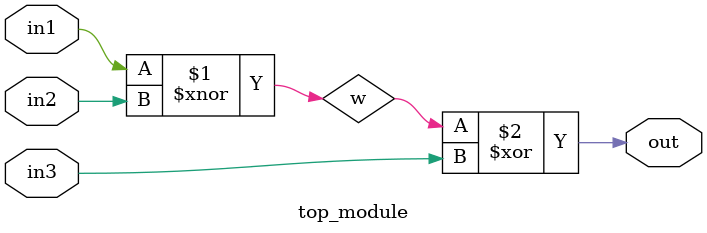
<source format=v>
module top_module (
    input in1,
    input in2,
    input in3,
    output out
); 
    wire w;
    
    assign w = in1 ^~ in2;
    assign out = w ^ in3;

endmodule

</source>
